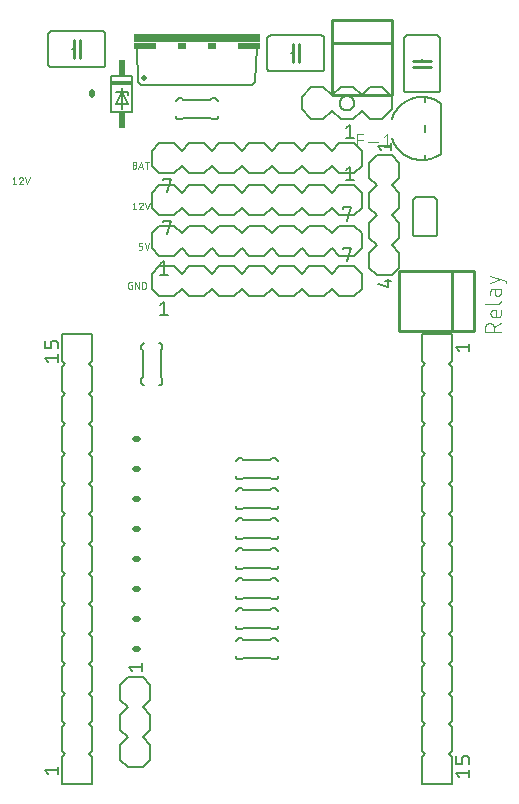
<source format=gto>
G75*
%MOIN*%
%OFA0B0*%
%FSLAX25Y25*%
%IPPOS*%
%LPD*%
%AMOC8*
5,1,8,0,0,1.08239X$1,22.5*
%
%ADD10C,0.00200*%
%ADD11C,0.00400*%
%ADD12C,0.00600*%
%ADD13R,0.07000X0.01500*%
%ADD14R,0.02000X0.05500*%
%ADD15C,0.02000*%
%ADD16C,0.02000*%
%ADD17R,0.42000X0.03000*%
%ADD18R,0.07500X0.02000*%
%ADD19R,0.03000X0.02000*%
%ADD20C,0.01000*%
%ADD21C,0.00500*%
D10*
X0044189Y0271700D02*
X0044922Y0271700D01*
X0044922Y0272922D01*
X0044556Y0272922D01*
X0043700Y0273411D02*
X0043702Y0273454D01*
X0043707Y0273496D01*
X0043717Y0273538D01*
X0043729Y0273578D01*
X0043746Y0273618D01*
X0043766Y0273655D01*
X0043788Y0273691D01*
X0043814Y0273725D01*
X0043843Y0273757D01*
X0043875Y0273786D01*
X0043909Y0273812D01*
X0043944Y0273834D01*
X0043982Y0273854D01*
X0044022Y0273871D01*
X0044062Y0273883D01*
X0044104Y0273893D01*
X0044146Y0273898D01*
X0044189Y0273900D01*
X0044922Y0273900D01*
X0046004Y0273900D02*
X0047226Y0271700D01*
X0047226Y0273900D01*
X0048308Y0273900D02*
X0048919Y0273900D01*
X0048308Y0273900D02*
X0048308Y0271700D01*
X0048919Y0271700D01*
X0048967Y0271702D01*
X0049015Y0271708D01*
X0049062Y0271717D01*
X0049108Y0271730D01*
X0049153Y0271747D01*
X0049196Y0271767D01*
X0049238Y0271790D01*
X0049278Y0271817D01*
X0049316Y0271846D01*
X0049351Y0271879D01*
X0049384Y0271914D01*
X0049413Y0271952D01*
X0049440Y0271992D01*
X0049463Y0272034D01*
X0049483Y0272077D01*
X0049500Y0272122D01*
X0049513Y0272168D01*
X0049522Y0272215D01*
X0049528Y0272263D01*
X0049530Y0272311D01*
X0049530Y0273289D01*
X0049528Y0273337D01*
X0049522Y0273385D01*
X0049513Y0273432D01*
X0049500Y0273478D01*
X0049483Y0273523D01*
X0049463Y0273566D01*
X0049440Y0273608D01*
X0049413Y0273648D01*
X0049384Y0273686D01*
X0049351Y0273721D01*
X0049316Y0273754D01*
X0049278Y0273783D01*
X0049238Y0273810D01*
X0049196Y0273833D01*
X0049153Y0273853D01*
X0049108Y0273870D01*
X0049062Y0273883D01*
X0049015Y0273892D01*
X0048967Y0273898D01*
X0048919Y0273900D01*
X0046004Y0273900D02*
X0046004Y0271700D01*
X0044189Y0271700D02*
X0044146Y0271702D01*
X0044104Y0271707D01*
X0044062Y0271717D01*
X0044022Y0271729D01*
X0043982Y0271746D01*
X0043945Y0271766D01*
X0043909Y0271788D01*
X0043875Y0271814D01*
X0043843Y0271843D01*
X0043814Y0271875D01*
X0043788Y0271909D01*
X0043766Y0271945D01*
X0043746Y0271982D01*
X0043729Y0272022D01*
X0043717Y0272062D01*
X0043707Y0272104D01*
X0043702Y0272146D01*
X0043700Y0272189D01*
X0043700Y0273411D01*
X0047200Y0284700D02*
X0047933Y0284700D01*
X0047976Y0284702D01*
X0048018Y0284707D01*
X0048060Y0284717D01*
X0048100Y0284729D01*
X0048140Y0284746D01*
X0048177Y0284766D01*
X0048213Y0284788D01*
X0048247Y0284814D01*
X0048279Y0284843D01*
X0048308Y0284875D01*
X0048334Y0284909D01*
X0048356Y0284944D01*
X0048376Y0284982D01*
X0048393Y0285022D01*
X0048405Y0285062D01*
X0048415Y0285104D01*
X0048420Y0285146D01*
X0048422Y0285189D01*
X0048422Y0285433D01*
X0048420Y0285476D01*
X0048415Y0285518D01*
X0048405Y0285560D01*
X0048393Y0285600D01*
X0048376Y0285640D01*
X0048356Y0285678D01*
X0048334Y0285713D01*
X0048308Y0285747D01*
X0048279Y0285779D01*
X0048247Y0285808D01*
X0048213Y0285834D01*
X0048178Y0285856D01*
X0048140Y0285876D01*
X0048100Y0285893D01*
X0048060Y0285905D01*
X0048018Y0285915D01*
X0047976Y0285920D01*
X0047933Y0285922D01*
X0047200Y0285922D01*
X0047200Y0286900D01*
X0048422Y0286900D01*
X0049238Y0286900D02*
X0049971Y0284700D01*
X0050704Y0286900D01*
X0050131Y0298200D02*
X0050864Y0300400D01*
X0049398Y0300400D02*
X0050131Y0298200D01*
X0048582Y0298200D02*
X0047360Y0298200D01*
X0048399Y0299422D01*
X0048032Y0300400D02*
X0047980Y0300398D01*
X0047928Y0300392D01*
X0047876Y0300383D01*
X0047826Y0300369D01*
X0047776Y0300352D01*
X0047728Y0300331D01*
X0047682Y0300307D01*
X0047638Y0300280D01*
X0047595Y0300249D01*
X0047555Y0300215D01*
X0047518Y0300179D01*
X0047484Y0300139D01*
X0047452Y0300097D01*
X0047424Y0300054D01*
X0047399Y0300008D01*
X0047377Y0299960D01*
X0047359Y0299911D01*
X0048399Y0299422D02*
X0048432Y0299456D01*
X0048462Y0299493D01*
X0048490Y0299533D01*
X0048514Y0299574D01*
X0048534Y0299617D01*
X0048551Y0299662D01*
X0048565Y0299708D01*
X0048574Y0299755D01*
X0048580Y0299802D01*
X0048582Y0299850D01*
X0048580Y0299895D01*
X0048574Y0299941D01*
X0048565Y0299985D01*
X0048552Y0300029D01*
X0048536Y0300071D01*
X0048516Y0300112D01*
X0048492Y0300151D01*
X0048466Y0300188D01*
X0048437Y0300223D01*
X0048405Y0300255D01*
X0048370Y0300284D01*
X0048333Y0300310D01*
X0048294Y0300334D01*
X0048253Y0300354D01*
X0048211Y0300370D01*
X0048167Y0300383D01*
X0048123Y0300392D01*
X0048077Y0300398D01*
X0048032Y0300400D01*
X0045811Y0300400D02*
X0045811Y0298200D01*
X0045200Y0298200D02*
X0046422Y0298200D01*
X0045200Y0299911D02*
X0045811Y0300400D01*
X0045811Y0311700D02*
X0045200Y0311700D01*
X0045200Y0313900D01*
X0045811Y0313900D01*
X0045854Y0313898D01*
X0045896Y0313893D01*
X0045938Y0313883D01*
X0045978Y0313871D01*
X0046018Y0313854D01*
X0046056Y0313834D01*
X0046091Y0313812D01*
X0046125Y0313786D01*
X0046157Y0313757D01*
X0046186Y0313725D01*
X0046212Y0313691D01*
X0046234Y0313656D01*
X0046254Y0313618D01*
X0046271Y0313578D01*
X0046283Y0313538D01*
X0046293Y0313496D01*
X0046298Y0313454D01*
X0046300Y0313411D01*
X0046298Y0313368D01*
X0046293Y0313326D01*
X0046283Y0313284D01*
X0046271Y0313244D01*
X0046254Y0313204D01*
X0046234Y0313167D01*
X0046212Y0313131D01*
X0046186Y0313097D01*
X0046157Y0313065D01*
X0046125Y0313036D01*
X0046091Y0313010D01*
X0046056Y0312988D01*
X0046018Y0312968D01*
X0045978Y0312951D01*
X0045938Y0312939D01*
X0045896Y0312929D01*
X0045854Y0312924D01*
X0045811Y0312922D01*
X0045200Y0312922D01*
X0045811Y0312922D02*
X0045859Y0312920D01*
X0045907Y0312914D01*
X0045954Y0312905D01*
X0046000Y0312892D01*
X0046045Y0312875D01*
X0046088Y0312855D01*
X0046130Y0312832D01*
X0046170Y0312805D01*
X0046208Y0312776D01*
X0046243Y0312743D01*
X0046276Y0312708D01*
X0046305Y0312670D01*
X0046332Y0312630D01*
X0046355Y0312588D01*
X0046375Y0312545D01*
X0046392Y0312500D01*
X0046405Y0312454D01*
X0046414Y0312407D01*
X0046420Y0312359D01*
X0046422Y0312311D01*
X0046420Y0312263D01*
X0046414Y0312215D01*
X0046405Y0312168D01*
X0046392Y0312122D01*
X0046375Y0312077D01*
X0046355Y0312034D01*
X0046332Y0311992D01*
X0046305Y0311952D01*
X0046276Y0311914D01*
X0046243Y0311879D01*
X0046208Y0311846D01*
X0046170Y0311817D01*
X0046130Y0311790D01*
X0046088Y0311767D01*
X0046045Y0311747D01*
X0046000Y0311730D01*
X0045954Y0311717D01*
X0045907Y0311708D01*
X0045859Y0311702D01*
X0045811Y0311700D01*
X0047133Y0311700D02*
X0047866Y0313900D01*
X0048600Y0311700D01*
X0048416Y0312250D02*
X0047316Y0312250D01*
X0049271Y0313900D02*
X0050494Y0313900D01*
X0049882Y0313900D02*
X0049882Y0311700D01*
X0010864Y0308900D02*
X0010131Y0306700D01*
X0009398Y0308900D01*
X0008399Y0307922D02*
X0007360Y0306700D01*
X0008582Y0306700D01*
X0007359Y0308411D02*
X0007377Y0308460D01*
X0007399Y0308508D01*
X0007424Y0308554D01*
X0007452Y0308597D01*
X0007484Y0308639D01*
X0007518Y0308679D01*
X0007555Y0308715D01*
X0007595Y0308749D01*
X0007638Y0308780D01*
X0007682Y0308807D01*
X0007728Y0308831D01*
X0007776Y0308852D01*
X0007826Y0308869D01*
X0007876Y0308883D01*
X0007928Y0308892D01*
X0007980Y0308898D01*
X0008032Y0308900D01*
X0008077Y0308898D01*
X0008123Y0308892D01*
X0008167Y0308883D01*
X0008211Y0308870D01*
X0008253Y0308854D01*
X0008294Y0308834D01*
X0008333Y0308810D01*
X0008370Y0308784D01*
X0008405Y0308755D01*
X0008437Y0308723D01*
X0008466Y0308688D01*
X0008492Y0308651D01*
X0008516Y0308612D01*
X0008536Y0308571D01*
X0008552Y0308529D01*
X0008565Y0308485D01*
X0008574Y0308441D01*
X0008580Y0308395D01*
X0008582Y0308350D01*
X0008580Y0308302D01*
X0008574Y0308255D01*
X0008565Y0308208D01*
X0008551Y0308162D01*
X0008534Y0308117D01*
X0008514Y0308074D01*
X0008490Y0308033D01*
X0008462Y0307993D01*
X0008432Y0307956D01*
X0008399Y0307922D01*
X0006422Y0306700D02*
X0005200Y0306700D01*
X0005811Y0306700D02*
X0005811Y0308900D01*
X0005200Y0308411D01*
D11*
X0120003Y0318800D02*
X0120003Y0323400D01*
X0122048Y0323400D01*
X0122048Y0321356D02*
X0120003Y0321356D01*
X0123789Y0320589D02*
X0126856Y0320589D01*
X0128844Y0322378D02*
X0130122Y0323400D01*
X0130122Y0318800D01*
X0128844Y0318800D02*
X0131400Y0318800D01*
X0164433Y0275997D02*
X0169633Y0274264D01*
X0169633Y0273686D01*
X0167900Y0274842D02*
X0164433Y0273686D01*
X0165300Y0271605D02*
X0167900Y0271605D01*
X0167900Y0270305D01*
X0167898Y0270243D01*
X0167892Y0270181D01*
X0167883Y0270119D01*
X0167869Y0270058D01*
X0167852Y0269999D01*
X0167832Y0269940D01*
X0167807Y0269882D01*
X0167780Y0269827D01*
X0167749Y0269773D01*
X0167714Y0269721D01*
X0167677Y0269671D01*
X0167636Y0269624D01*
X0167593Y0269579D01*
X0167547Y0269537D01*
X0167498Y0269498D01*
X0167447Y0269462D01*
X0167395Y0269429D01*
X0167340Y0269400D01*
X0167283Y0269374D01*
X0167225Y0269351D01*
X0167166Y0269333D01*
X0167105Y0269317D01*
X0167044Y0269306D01*
X0166982Y0269298D01*
X0166920Y0269294D01*
X0166858Y0269294D01*
X0166796Y0269298D01*
X0166734Y0269306D01*
X0166673Y0269317D01*
X0166612Y0269333D01*
X0166553Y0269351D01*
X0166495Y0269374D01*
X0166438Y0269400D01*
X0166384Y0269429D01*
X0166331Y0269462D01*
X0166280Y0269498D01*
X0166231Y0269537D01*
X0166185Y0269579D01*
X0166142Y0269624D01*
X0166101Y0269671D01*
X0166064Y0269721D01*
X0166029Y0269773D01*
X0165998Y0269827D01*
X0165971Y0269882D01*
X0165946Y0269940D01*
X0165926Y0269999D01*
X0165909Y0270058D01*
X0165895Y0270119D01*
X0165886Y0270181D01*
X0165880Y0270243D01*
X0165878Y0270305D01*
X0165878Y0271605D01*
X0165300Y0271605D02*
X0165243Y0271603D01*
X0165187Y0271598D01*
X0165131Y0271588D01*
X0165076Y0271575D01*
X0165021Y0271559D01*
X0164968Y0271539D01*
X0164917Y0271516D01*
X0164867Y0271489D01*
X0164818Y0271459D01*
X0164772Y0271426D01*
X0164728Y0271390D01*
X0164687Y0271351D01*
X0164648Y0271310D01*
X0164612Y0271266D01*
X0164579Y0271220D01*
X0164549Y0271172D01*
X0164522Y0271121D01*
X0164499Y0271070D01*
X0164479Y0271017D01*
X0164463Y0270962D01*
X0164450Y0270907D01*
X0164440Y0270851D01*
X0164435Y0270795D01*
X0164433Y0270738D01*
X0164433Y0269582D01*
X0167033Y0266701D02*
X0167090Y0266703D01*
X0167146Y0266708D01*
X0167202Y0266718D01*
X0167257Y0266731D01*
X0167312Y0266747D01*
X0167365Y0266767D01*
X0167416Y0266790D01*
X0167467Y0266817D01*
X0167515Y0266847D01*
X0167561Y0266880D01*
X0167605Y0266916D01*
X0167646Y0266955D01*
X0167685Y0266996D01*
X0167721Y0267040D01*
X0167754Y0267086D01*
X0167784Y0267135D01*
X0167811Y0267185D01*
X0167834Y0267236D01*
X0167854Y0267289D01*
X0167870Y0267344D01*
X0167883Y0267399D01*
X0167893Y0267455D01*
X0167898Y0267511D01*
X0167900Y0267568D01*
X0167033Y0266702D02*
X0162700Y0266702D01*
X0165589Y0264573D02*
X0166167Y0264573D01*
X0166167Y0262262D01*
X0165589Y0262262D02*
X0167033Y0262262D01*
X0167090Y0262264D01*
X0167146Y0262269D01*
X0167202Y0262279D01*
X0167257Y0262292D01*
X0167312Y0262308D01*
X0167365Y0262328D01*
X0167416Y0262351D01*
X0167467Y0262378D01*
X0167515Y0262408D01*
X0167561Y0262441D01*
X0167605Y0262477D01*
X0167646Y0262516D01*
X0167685Y0262557D01*
X0167721Y0262601D01*
X0167754Y0262647D01*
X0167784Y0262696D01*
X0167811Y0262746D01*
X0167834Y0262797D01*
X0167854Y0262850D01*
X0167870Y0262905D01*
X0167883Y0262960D01*
X0167893Y0263016D01*
X0167898Y0263072D01*
X0167900Y0263129D01*
X0167900Y0264573D01*
X0165589Y0264574D02*
X0165522Y0264572D01*
X0165455Y0264566D01*
X0165388Y0264556D01*
X0165322Y0264543D01*
X0165257Y0264525D01*
X0165194Y0264504D01*
X0165131Y0264479D01*
X0165070Y0264451D01*
X0165011Y0264419D01*
X0164954Y0264384D01*
X0164899Y0264345D01*
X0164846Y0264304D01*
X0164796Y0264259D01*
X0164748Y0264211D01*
X0164703Y0264161D01*
X0164662Y0264108D01*
X0164623Y0264053D01*
X0164588Y0263996D01*
X0164556Y0263937D01*
X0164528Y0263876D01*
X0164503Y0263813D01*
X0164482Y0263750D01*
X0164464Y0263685D01*
X0164451Y0263619D01*
X0164441Y0263552D01*
X0164435Y0263485D01*
X0164433Y0263418D01*
X0164435Y0263351D01*
X0164441Y0263284D01*
X0164451Y0263217D01*
X0164464Y0263151D01*
X0164482Y0263086D01*
X0164503Y0263023D01*
X0164528Y0262960D01*
X0164556Y0262899D01*
X0164588Y0262840D01*
X0164623Y0262783D01*
X0164662Y0262728D01*
X0164703Y0262675D01*
X0164748Y0262625D01*
X0164796Y0262577D01*
X0164846Y0262532D01*
X0164899Y0262491D01*
X0164954Y0262452D01*
X0165011Y0262417D01*
X0165070Y0262385D01*
X0165131Y0262357D01*
X0165194Y0262332D01*
X0165257Y0262311D01*
X0165322Y0262293D01*
X0165388Y0262280D01*
X0165455Y0262270D01*
X0165522Y0262264D01*
X0165589Y0262262D01*
X0167900Y0260189D02*
X0165589Y0259033D01*
X0165589Y0258744D02*
X0165589Y0257300D01*
X0165588Y0258744D02*
X0165586Y0258820D01*
X0165580Y0258895D01*
X0165570Y0258970D01*
X0165556Y0259044D01*
X0165539Y0259118D01*
X0165517Y0259190D01*
X0165492Y0259261D01*
X0165463Y0259331D01*
X0165431Y0259400D01*
X0165395Y0259466D01*
X0165355Y0259530D01*
X0165312Y0259593D01*
X0165266Y0259653D01*
X0165217Y0259710D01*
X0165165Y0259765D01*
X0165110Y0259817D01*
X0165053Y0259866D01*
X0164993Y0259912D01*
X0164930Y0259955D01*
X0164866Y0259995D01*
X0164800Y0260031D01*
X0164731Y0260063D01*
X0164661Y0260092D01*
X0164590Y0260117D01*
X0164518Y0260139D01*
X0164444Y0260156D01*
X0164370Y0260170D01*
X0164295Y0260180D01*
X0164220Y0260186D01*
X0164144Y0260188D01*
X0164068Y0260186D01*
X0163993Y0260180D01*
X0163918Y0260170D01*
X0163844Y0260156D01*
X0163770Y0260139D01*
X0163698Y0260117D01*
X0163627Y0260092D01*
X0163557Y0260063D01*
X0163488Y0260031D01*
X0163422Y0259995D01*
X0163358Y0259955D01*
X0163295Y0259912D01*
X0163235Y0259866D01*
X0163178Y0259817D01*
X0163123Y0259765D01*
X0163071Y0259710D01*
X0163022Y0259653D01*
X0162976Y0259593D01*
X0162933Y0259530D01*
X0162893Y0259466D01*
X0162857Y0259400D01*
X0162825Y0259331D01*
X0162796Y0259261D01*
X0162771Y0259190D01*
X0162749Y0259118D01*
X0162732Y0259044D01*
X0162718Y0258970D01*
X0162708Y0258895D01*
X0162702Y0258820D01*
X0162700Y0258744D01*
X0162700Y0257300D01*
X0167900Y0257300D01*
D12*
X0021600Y0115600D02*
X0021600Y0106600D01*
X0031600Y0106600D01*
X0031600Y0115600D01*
X0030600Y0116600D01*
X0031600Y0117600D01*
X0031600Y0125600D01*
X0030600Y0126600D01*
X0031600Y0127600D01*
X0031600Y0135600D01*
X0030600Y0136600D01*
X0031600Y0137600D01*
X0031600Y0145600D01*
X0030600Y0146600D01*
X0031600Y0147600D01*
X0031600Y0155600D01*
X0030600Y0156600D01*
X0031600Y0157600D01*
X0031600Y0165600D01*
X0030600Y0166600D01*
X0031600Y0167600D01*
X0031600Y0175600D01*
X0030600Y0176600D01*
X0031600Y0177600D01*
X0031600Y0185600D01*
X0030600Y0186600D01*
X0031600Y0187600D01*
X0031600Y0195600D01*
X0030600Y0196600D01*
X0031600Y0197600D01*
X0031600Y0205600D01*
X0030600Y0206600D01*
X0031600Y0207600D01*
X0031600Y0215600D01*
X0030600Y0216600D01*
X0031600Y0217600D01*
X0031600Y0225600D01*
X0030600Y0226600D01*
X0031600Y0227600D01*
X0031600Y0235600D01*
X0030600Y0236600D01*
X0031600Y0237600D01*
X0031600Y0245600D01*
X0030600Y0246600D01*
X0031600Y0247600D01*
X0031600Y0256600D01*
X0021600Y0256600D01*
X0021600Y0247600D01*
X0022600Y0246600D01*
X0021600Y0245600D01*
X0021600Y0237600D01*
X0022600Y0236600D01*
X0021600Y0235600D01*
X0021600Y0227600D01*
X0022600Y0226600D01*
X0021600Y0225600D01*
X0021600Y0217600D01*
X0022600Y0216600D01*
X0021600Y0215600D01*
X0021600Y0207600D01*
X0022600Y0206600D01*
X0021600Y0205600D01*
X0021600Y0197600D01*
X0022600Y0196600D01*
X0021600Y0195600D01*
X0021600Y0187600D01*
X0022600Y0186600D01*
X0021600Y0185600D01*
X0021600Y0177600D01*
X0022600Y0176600D01*
X0021600Y0175600D01*
X0021600Y0167600D01*
X0022600Y0166600D01*
X0021600Y0165600D01*
X0021600Y0157600D01*
X0022600Y0156600D01*
X0021600Y0155600D01*
X0021600Y0147600D01*
X0022600Y0146600D01*
X0021600Y0145600D01*
X0021600Y0137600D01*
X0022600Y0136600D01*
X0021600Y0135600D01*
X0021600Y0127600D01*
X0022600Y0126600D01*
X0021600Y0125600D01*
X0021600Y0117600D01*
X0022600Y0116600D01*
X0021600Y0115600D01*
X0041100Y0114600D02*
X0041100Y0119600D01*
X0043600Y0122100D01*
X0041100Y0124600D01*
X0041100Y0129600D01*
X0043600Y0132100D01*
X0041100Y0134600D01*
X0041100Y0139600D01*
X0043600Y0142100D01*
X0048600Y0142100D01*
X0051100Y0139600D01*
X0051100Y0134600D01*
X0048600Y0132100D01*
X0051100Y0129600D01*
X0051100Y0124600D01*
X0048600Y0122100D01*
X0051100Y0119600D01*
X0051100Y0114600D01*
X0048600Y0112100D01*
X0043600Y0112100D01*
X0041100Y0114600D01*
X0080600Y0148100D02*
X0081600Y0148100D01*
X0082100Y0148600D01*
X0091100Y0148600D01*
X0091600Y0148100D01*
X0092600Y0148100D01*
X0092660Y0148102D01*
X0092721Y0148107D01*
X0092780Y0148116D01*
X0092839Y0148129D01*
X0092898Y0148145D01*
X0092955Y0148165D01*
X0093010Y0148188D01*
X0093065Y0148215D01*
X0093117Y0148244D01*
X0093168Y0148277D01*
X0093217Y0148313D01*
X0093263Y0148351D01*
X0093307Y0148393D01*
X0093349Y0148437D01*
X0093387Y0148483D01*
X0093423Y0148532D01*
X0093456Y0148583D01*
X0093485Y0148635D01*
X0093512Y0148690D01*
X0093535Y0148745D01*
X0093555Y0148802D01*
X0093571Y0148861D01*
X0093584Y0148920D01*
X0093593Y0148979D01*
X0093598Y0149040D01*
X0093600Y0149100D01*
X0093600Y0154100D02*
X0093598Y0154160D01*
X0093593Y0154221D01*
X0093584Y0154280D01*
X0093571Y0154339D01*
X0093555Y0154398D01*
X0093535Y0154455D01*
X0093512Y0154510D01*
X0093485Y0154565D01*
X0093456Y0154617D01*
X0093423Y0154668D01*
X0093387Y0154717D01*
X0093349Y0154763D01*
X0093307Y0154807D01*
X0093263Y0154849D01*
X0093217Y0154887D01*
X0093168Y0154923D01*
X0093117Y0154956D01*
X0093065Y0154985D01*
X0093010Y0155012D01*
X0092955Y0155035D01*
X0092898Y0155055D01*
X0092839Y0155071D01*
X0092780Y0155084D01*
X0092721Y0155093D01*
X0092660Y0155098D01*
X0092600Y0155100D01*
X0091600Y0155100D01*
X0091100Y0154600D01*
X0082100Y0154600D01*
X0081600Y0155100D01*
X0080600Y0155100D01*
X0080540Y0155098D01*
X0080479Y0155093D01*
X0080420Y0155084D01*
X0080361Y0155071D01*
X0080302Y0155055D01*
X0080245Y0155035D01*
X0080190Y0155012D01*
X0080135Y0154985D01*
X0080083Y0154956D01*
X0080032Y0154923D01*
X0079983Y0154887D01*
X0079937Y0154849D01*
X0079893Y0154807D01*
X0079851Y0154763D01*
X0079813Y0154717D01*
X0079777Y0154668D01*
X0079744Y0154617D01*
X0079715Y0154565D01*
X0079688Y0154510D01*
X0079665Y0154455D01*
X0079645Y0154398D01*
X0079629Y0154339D01*
X0079616Y0154280D01*
X0079607Y0154221D01*
X0079602Y0154160D01*
X0079600Y0154100D01*
X0080600Y0158100D02*
X0081600Y0158100D01*
X0082100Y0158600D01*
X0091100Y0158600D01*
X0091600Y0158100D01*
X0092600Y0158100D01*
X0092660Y0158102D01*
X0092721Y0158107D01*
X0092780Y0158116D01*
X0092839Y0158129D01*
X0092898Y0158145D01*
X0092955Y0158165D01*
X0093010Y0158188D01*
X0093065Y0158215D01*
X0093117Y0158244D01*
X0093168Y0158277D01*
X0093217Y0158313D01*
X0093263Y0158351D01*
X0093307Y0158393D01*
X0093349Y0158437D01*
X0093387Y0158483D01*
X0093423Y0158532D01*
X0093456Y0158583D01*
X0093485Y0158635D01*
X0093512Y0158690D01*
X0093535Y0158745D01*
X0093555Y0158802D01*
X0093571Y0158861D01*
X0093584Y0158920D01*
X0093593Y0158979D01*
X0093598Y0159040D01*
X0093600Y0159100D01*
X0093600Y0164100D02*
X0093598Y0164160D01*
X0093593Y0164221D01*
X0093584Y0164280D01*
X0093571Y0164339D01*
X0093555Y0164398D01*
X0093535Y0164455D01*
X0093512Y0164510D01*
X0093485Y0164565D01*
X0093456Y0164617D01*
X0093423Y0164668D01*
X0093387Y0164717D01*
X0093349Y0164763D01*
X0093307Y0164807D01*
X0093263Y0164849D01*
X0093217Y0164887D01*
X0093168Y0164923D01*
X0093117Y0164956D01*
X0093065Y0164985D01*
X0093010Y0165012D01*
X0092955Y0165035D01*
X0092898Y0165055D01*
X0092839Y0165071D01*
X0092780Y0165084D01*
X0092721Y0165093D01*
X0092660Y0165098D01*
X0092600Y0165100D01*
X0091600Y0165100D01*
X0091100Y0164600D01*
X0082100Y0164600D01*
X0081600Y0165100D01*
X0080600Y0165100D01*
X0080540Y0165098D01*
X0080479Y0165093D01*
X0080420Y0165084D01*
X0080361Y0165071D01*
X0080302Y0165055D01*
X0080245Y0165035D01*
X0080190Y0165012D01*
X0080135Y0164985D01*
X0080083Y0164956D01*
X0080032Y0164923D01*
X0079983Y0164887D01*
X0079937Y0164849D01*
X0079893Y0164807D01*
X0079851Y0164763D01*
X0079813Y0164717D01*
X0079777Y0164668D01*
X0079744Y0164617D01*
X0079715Y0164565D01*
X0079688Y0164510D01*
X0079665Y0164455D01*
X0079645Y0164398D01*
X0079629Y0164339D01*
X0079616Y0164280D01*
X0079607Y0164221D01*
X0079602Y0164160D01*
X0079600Y0164100D01*
X0080600Y0168100D02*
X0081600Y0168100D01*
X0082100Y0168600D01*
X0091100Y0168600D01*
X0091600Y0168100D01*
X0092600Y0168100D01*
X0092660Y0168102D01*
X0092721Y0168107D01*
X0092780Y0168116D01*
X0092839Y0168129D01*
X0092898Y0168145D01*
X0092955Y0168165D01*
X0093010Y0168188D01*
X0093065Y0168215D01*
X0093117Y0168244D01*
X0093168Y0168277D01*
X0093217Y0168313D01*
X0093263Y0168351D01*
X0093307Y0168393D01*
X0093349Y0168437D01*
X0093387Y0168483D01*
X0093423Y0168532D01*
X0093456Y0168583D01*
X0093485Y0168635D01*
X0093512Y0168690D01*
X0093535Y0168745D01*
X0093555Y0168802D01*
X0093571Y0168861D01*
X0093584Y0168920D01*
X0093593Y0168979D01*
X0093598Y0169040D01*
X0093600Y0169100D01*
X0093600Y0174100D02*
X0093598Y0174160D01*
X0093593Y0174221D01*
X0093584Y0174280D01*
X0093571Y0174339D01*
X0093555Y0174398D01*
X0093535Y0174455D01*
X0093512Y0174510D01*
X0093485Y0174565D01*
X0093456Y0174617D01*
X0093423Y0174668D01*
X0093387Y0174717D01*
X0093349Y0174763D01*
X0093307Y0174807D01*
X0093263Y0174849D01*
X0093217Y0174887D01*
X0093168Y0174923D01*
X0093117Y0174956D01*
X0093065Y0174985D01*
X0093010Y0175012D01*
X0092955Y0175035D01*
X0092898Y0175055D01*
X0092839Y0175071D01*
X0092780Y0175084D01*
X0092721Y0175093D01*
X0092660Y0175098D01*
X0092600Y0175100D01*
X0091600Y0175100D01*
X0091100Y0174600D01*
X0082100Y0174600D01*
X0081600Y0175100D01*
X0080600Y0175100D01*
X0080540Y0175098D01*
X0080479Y0175093D01*
X0080420Y0175084D01*
X0080361Y0175071D01*
X0080302Y0175055D01*
X0080245Y0175035D01*
X0080190Y0175012D01*
X0080135Y0174985D01*
X0080083Y0174956D01*
X0080032Y0174923D01*
X0079983Y0174887D01*
X0079937Y0174849D01*
X0079893Y0174807D01*
X0079851Y0174763D01*
X0079813Y0174717D01*
X0079777Y0174668D01*
X0079744Y0174617D01*
X0079715Y0174565D01*
X0079688Y0174510D01*
X0079665Y0174455D01*
X0079645Y0174398D01*
X0079629Y0174339D01*
X0079616Y0174280D01*
X0079607Y0174221D01*
X0079602Y0174160D01*
X0079600Y0174100D01*
X0080600Y0178100D02*
X0081600Y0178100D01*
X0082100Y0178600D01*
X0091100Y0178600D01*
X0091600Y0178100D01*
X0092600Y0178100D01*
X0092660Y0178102D01*
X0092721Y0178107D01*
X0092780Y0178116D01*
X0092839Y0178129D01*
X0092898Y0178145D01*
X0092955Y0178165D01*
X0093010Y0178188D01*
X0093065Y0178215D01*
X0093117Y0178244D01*
X0093168Y0178277D01*
X0093217Y0178313D01*
X0093263Y0178351D01*
X0093307Y0178393D01*
X0093349Y0178437D01*
X0093387Y0178483D01*
X0093423Y0178532D01*
X0093456Y0178583D01*
X0093485Y0178635D01*
X0093512Y0178690D01*
X0093535Y0178745D01*
X0093555Y0178802D01*
X0093571Y0178861D01*
X0093584Y0178920D01*
X0093593Y0178979D01*
X0093598Y0179040D01*
X0093600Y0179100D01*
X0093600Y0184100D02*
X0093598Y0184160D01*
X0093593Y0184221D01*
X0093584Y0184280D01*
X0093571Y0184339D01*
X0093555Y0184398D01*
X0093535Y0184455D01*
X0093512Y0184510D01*
X0093485Y0184565D01*
X0093456Y0184617D01*
X0093423Y0184668D01*
X0093387Y0184717D01*
X0093349Y0184763D01*
X0093307Y0184807D01*
X0093263Y0184849D01*
X0093217Y0184887D01*
X0093168Y0184923D01*
X0093117Y0184956D01*
X0093065Y0184985D01*
X0093010Y0185012D01*
X0092955Y0185035D01*
X0092898Y0185055D01*
X0092839Y0185071D01*
X0092780Y0185084D01*
X0092721Y0185093D01*
X0092660Y0185098D01*
X0092600Y0185100D01*
X0091600Y0185100D01*
X0091100Y0184600D01*
X0082100Y0184600D01*
X0081600Y0185100D01*
X0080600Y0185100D01*
X0080540Y0185098D01*
X0080479Y0185093D01*
X0080420Y0185084D01*
X0080361Y0185071D01*
X0080302Y0185055D01*
X0080245Y0185035D01*
X0080190Y0185012D01*
X0080135Y0184985D01*
X0080083Y0184956D01*
X0080032Y0184923D01*
X0079983Y0184887D01*
X0079937Y0184849D01*
X0079893Y0184807D01*
X0079851Y0184763D01*
X0079813Y0184717D01*
X0079777Y0184668D01*
X0079744Y0184617D01*
X0079715Y0184565D01*
X0079688Y0184510D01*
X0079665Y0184455D01*
X0079645Y0184398D01*
X0079629Y0184339D01*
X0079616Y0184280D01*
X0079607Y0184221D01*
X0079602Y0184160D01*
X0079600Y0184100D01*
X0080600Y0188100D02*
X0081600Y0188100D01*
X0082100Y0188600D01*
X0091100Y0188600D01*
X0091600Y0188100D01*
X0092600Y0188100D01*
X0092660Y0188102D01*
X0092721Y0188107D01*
X0092780Y0188116D01*
X0092839Y0188129D01*
X0092898Y0188145D01*
X0092955Y0188165D01*
X0093010Y0188188D01*
X0093065Y0188215D01*
X0093117Y0188244D01*
X0093168Y0188277D01*
X0093217Y0188313D01*
X0093263Y0188351D01*
X0093307Y0188393D01*
X0093349Y0188437D01*
X0093387Y0188483D01*
X0093423Y0188532D01*
X0093456Y0188583D01*
X0093485Y0188635D01*
X0093512Y0188690D01*
X0093535Y0188745D01*
X0093555Y0188802D01*
X0093571Y0188861D01*
X0093584Y0188920D01*
X0093593Y0188979D01*
X0093598Y0189040D01*
X0093600Y0189100D01*
X0093600Y0194100D02*
X0093598Y0194160D01*
X0093593Y0194221D01*
X0093584Y0194280D01*
X0093571Y0194339D01*
X0093555Y0194398D01*
X0093535Y0194455D01*
X0093512Y0194510D01*
X0093485Y0194565D01*
X0093456Y0194617D01*
X0093423Y0194668D01*
X0093387Y0194717D01*
X0093349Y0194763D01*
X0093307Y0194807D01*
X0093263Y0194849D01*
X0093217Y0194887D01*
X0093168Y0194923D01*
X0093117Y0194956D01*
X0093065Y0194985D01*
X0093010Y0195012D01*
X0092955Y0195035D01*
X0092898Y0195055D01*
X0092839Y0195071D01*
X0092780Y0195084D01*
X0092721Y0195093D01*
X0092660Y0195098D01*
X0092600Y0195100D01*
X0091600Y0195100D01*
X0091100Y0194600D01*
X0082100Y0194600D01*
X0081600Y0195100D01*
X0080600Y0195100D01*
X0080540Y0195098D01*
X0080479Y0195093D01*
X0080420Y0195084D01*
X0080361Y0195071D01*
X0080302Y0195055D01*
X0080245Y0195035D01*
X0080190Y0195012D01*
X0080135Y0194985D01*
X0080083Y0194956D01*
X0080032Y0194923D01*
X0079983Y0194887D01*
X0079937Y0194849D01*
X0079893Y0194807D01*
X0079851Y0194763D01*
X0079813Y0194717D01*
X0079777Y0194668D01*
X0079744Y0194617D01*
X0079715Y0194565D01*
X0079688Y0194510D01*
X0079665Y0194455D01*
X0079645Y0194398D01*
X0079629Y0194339D01*
X0079616Y0194280D01*
X0079607Y0194221D01*
X0079602Y0194160D01*
X0079600Y0194100D01*
X0080600Y0198100D02*
X0081600Y0198100D01*
X0082100Y0198600D01*
X0091100Y0198600D01*
X0091600Y0198100D01*
X0092600Y0198100D01*
X0092660Y0198102D01*
X0092721Y0198107D01*
X0092780Y0198116D01*
X0092839Y0198129D01*
X0092898Y0198145D01*
X0092955Y0198165D01*
X0093010Y0198188D01*
X0093065Y0198215D01*
X0093117Y0198244D01*
X0093168Y0198277D01*
X0093217Y0198313D01*
X0093263Y0198351D01*
X0093307Y0198393D01*
X0093349Y0198437D01*
X0093387Y0198483D01*
X0093423Y0198532D01*
X0093456Y0198583D01*
X0093485Y0198635D01*
X0093512Y0198690D01*
X0093535Y0198745D01*
X0093555Y0198802D01*
X0093571Y0198861D01*
X0093584Y0198920D01*
X0093593Y0198979D01*
X0093598Y0199040D01*
X0093600Y0199100D01*
X0093600Y0204100D02*
X0093598Y0204160D01*
X0093593Y0204221D01*
X0093584Y0204280D01*
X0093571Y0204339D01*
X0093555Y0204398D01*
X0093535Y0204455D01*
X0093512Y0204510D01*
X0093485Y0204565D01*
X0093456Y0204617D01*
X0093423Y0204668D01*
X0093387Y0204717D01*
X0093349Y0204763D01*
X0093307Y0204807D01*
X0093263Y0204849D01*
X0093217Y0204887D01*
X0093168Y0204923D01*
X0093117Y0204956D01*
X0093065Y0204985D01*
X0093010Y0205012D01*
X0092955Y0205035D01*
X0092898Y0205055D01*
X0092839Y0205071D01*
X0092780Y0205084D01*
X0092721Y0205093D01*
X0092660Y0205098D01*
X0092600Y0205100D01*
X0091600Y0205100D01*
X0091100Y0204600D01*
X0082100Y0204600D01*
X0081600Y0205100D01*
X0080600Y0205100D01*
X0080540Y0205098D01*
X0080479Y0205093D01*
X0080420Y0205084D01*
X0080361Y0205071D01*
X0080302Y0205055D01*
X0080245Y0205035D01*
X0080190Y0205012D01*
X0080135Y0204985D01*
X0080083Y0204956D01*
X0080032Y0204923D01*
X0079983Y0204887D01*
X0079937Y0204849D01*
X0079893Y0204807D01*
X0079851Y0204763D01*
X0079813Y0204717D01*
X0079777Y0204668D01*
X0079744Y0204617D01*
X0079715Y0204565D01*
X0079688Y0204510D01*
X0079665Y0204455D01*
X0079645Y0204398D01*
X0079629Y0204339D01*
X0079616Y0204280D01*
X0079607Y0204221D01*
X0079602Y0204160D01*
X0079600Y0204100D01*
X0080600Y0208100D02*
X0081600Y0208100D01*
X0082100Y0208600D01*
X0091100Y0208600D01*
X0091600Y0208100D01*
X0092600Y0208100D01*
X0092660Y0208102D01*
X0092721Y0208107D01*
X0092780Y0208116D01*
X0092839Y0208129D01*
X0092898Y0208145D01*
X0092955Y0208165D01*
X0093010Y0208188D01*
X0093065Y0208215D01*
X0093117Y0208244D01*
X0093168Y0208277D01*
X0093217Y0208313D01*
X0093263Y0208351D01*
X0093307Y0208393D01*
X0093349Y0208437D01*
X0093387Y0208483D01*
X0093423Y0208532D01*
X0093456Y0208583D01*
X0093485Y0208635D01*
X0093512Y0208690D01*
X0093535Y0208745D01*
X0093555Y0208802D01*
X0093571Y0208861D01*
X0093584Y0208920D01*
X0093593Y0208979D01*
X0093598Y0209040D01*
X0093600Y0209100D01*
X0093600Y0214100D02*
X0093598Y0214160D01*
X0093593Y0214221D01*
X0093584Y0214280D01*
X0093571Y0214339D01*
X0093555Y0214398D01*
X0093535Y0214455D01*
X0093512Y0214510D01*
X0093485Y0214565D01*
X0093456Y0214617D01*
X0093423Y0214668D01*
X0093387Y0214717D01*
X0093349Y0214763D01*
X0093307Y0214807D01*
X0093263Y0214849D01*
X0093217Y0214887D01*
X0093168Y0214923D01*
X0093117Y0214956D01*
X0093065Y0214985D01*
X0093010Y0215012D01*
X0092955Y0215035D01*
X0092898Y0215055D01*
X0092839Y0215071D01*
X0092780Y0215084D01*
X0092721Y0215093D01*
X0092660Y0215098D01*
X0092600Y0215100D01*
X0091600Y0215100D01*
X0091100Y0214600D01*
X0082100Y0214600D01*
X0081600Y0215100D01*
X0080600Y0215100D01*
X0080540Y0215098D01*
X0080479Y0215093D01*
X0080420Y0215084D01*
X0080361Y0215071D01*
X0080302Y0215055D01*
X0080245Y0215035D01*
X0080190Y0215012D01*
X0080135Y0214985D01*
X0080083Y0214956D01*
X0080032Y0214923D01*
X0079983Y0214887D01*
X0079937Y0214849D01*
X0079893Y0214807D01*
X0079851Y0214763D01*
X0079813Y0214717D01*
X0079777Y0214668D01*
X0079744Y0214617D01*
X0079715Y0214565D01*
X0079688Y0214510D01*
X0079665Y0214455D01*
X0079645Y0214398D01*
X0079629Y0214339D01*
X0079616Y0214280D01*
X0079607Y0214221D01*
X0079602Y0214160D01*
X0079600Y0214100D01*
X0079600Y0209100D02*
X0079602Y0209040D01*
X0079607Y0208979D01*
X0079616Y0208920D01*
X0079629Y0208861D01*
X0079645Y0208802D01*
X0079665Y0208745D01*
X0079688Y0208690D01*
X0079715Y0208635D01*
X0079744Y0208583D01*
X0079777Y0208532D01*
X0079813Y0208483D01*
X0079851Y0208437D01*
X0079893Y0208393D01*
X0079937Y0208351D01*
X0079983Y0208313D01*
X0080032Y0208277D01*
X0080083Y0208244D01*
X0080135Y0208215D01*
X0080190Y0208188D01*
X0080245Y0208165D01*
X0080302Y0208145D01*
X0080361Y0208129D01*
X0080420Y0208116D01*
X0080479Y0208107D01*
X0080540Y0208102D01*
X0080600Y0208100D01*
X0079600Y0199100D02*
X0079602Y0199040D01*
X0079607Y0198979D01*
X0079616Y0198920D01*
X0079629Y0198861D01*
X0079645Y0198802D01*
X0079665Y0198745D01*
X0079688Y0198690D01*
X0079715Y0198635D01*
X0079744Y0198583D01*
X0079777Y0198532D01*
X0079813Y0198483D01*
X0079851Y0198437D01*
X0079893Y0198393D01*
X0079937Y0198351D01*
X0079983Y0198313D01*
X0080032Y0198277D01*
X0080083Y0198244D01*
X0080135Y0198215D01*
X0080190Y0198188D01*
X0080245Y0198165D01*
X0080302Y0198145D01*
X0080361Y0198129D01*
X0080420Y0198116D01*
X0080479Y0198107D01*
X0080540Y0198102D01*
X0080600Y0198100D01*
X0079600Y0189100D02*
X0079602Y0189040D01*
X0079607Y0188979D01*
X0079616Y0188920D01*
X0079629Y0188861D01*
X0079645Y0188802D01*
X0079665Y0188745D01*
X0079688Y0188690D01*
X0079715Y0188635D01*
X0079744Y0188583D01*
X0079777Y0188532D01*
X0079813Y0188483D01*
X0079851Y0188437D01*
X0079893Y0188393D01*
X0079937Y0188351D01*
X0079983Y0188313D01*
X0080032Y0188277D01*
X0080083Y0188244D01*
X0080135Y0188215D01*
X0080190Y0188188D01*
X0080245Y0188165D01*
X0080302Y0188145D01*
X0080361Y0188129D01*
X0080420Y0188116D01*
X0080479Y0188107D01*
X0080540Y0188102D01*
X0080600Y0188100D01*
X0079600Y0179100D02*
X0079602Y0179040D01*
X0079607Y0178979D01*
X0079616Y0178920D01*
X0079629Y0178861D01*
X0079645Y0178802D01*
X0079665Y0178745D01*
X0079688Y0178690D01*
X0079715Y0178635D01*
X0079744Y0178583D01*
X0079777Y0178532D01*
X0079813Y0178483D01*
X0079851Y0178437D01*
X0079893Y0178393D01*
X0079937Y0178351D01*
X0079983Y0178313D01*
X0080032Y0178277D01*
X0080083Y0178244D01*
X0080135Y0178215D01*
X0080190Y0178188D01*
X0080245Y0178165D01*
X0080302Y0178145D01*
X0080361Y0178129D01*
X0080420Y0178116D01*
X0080479Y0178107D01*
X0080540Y0178102D01*
X0080600Y0178100D01*
X0079600Y0169100D02*
X0079602Y0169040D01*
X0079607Y0168979D01*
X0079616Y0168920D01*
X0079629Y0168861D01*
X0079645Y0168802D01*
X0079665Y0168745D01*
X0079688Y0168690D01*
X0079715Y0168635D01*
X0079744Y0168583D01*
X0079777Y0168532D01*
X0079813Y0168483D01*
X0079851Y0168437D01*
X0079893Y0168393D01*
X0079937Y0168351D01*
X0079983Y0168313D01*
X0080032Y0168277D01*
X0080083Y0168244D01*
X0080135Y0168215D01*
X0080190Y0168188D01*
X0080245Y0168165D01*
X0080302Y0168145D01*
X0080361Y0168129D01*
X0080420Y0168116D01*
X0080479Y0168107D01*
X0080540Y0168102D01*
X0080600Y0168100D01*
X0079600Y0159100D02*
X0079602Y0159040D01*
X0079607Y0158979D01*
X0079616Y0158920D01*
X0079629Y0158861D01*
X0079645Y0158802D01*
X0079665Y0158745D01*
X0079688Y0158690D01*
X0079715Y0158635D01*
X0079744Y0158583D01*
X0079777Y0158532D01*
X0079813Y0158483D01*
X0079851Y0158437D01*
X0079893Y0158393D01*
X0079937Y0158351D01*
X0079983Y0158313D01*
X0080032Y0158277D01*
X0080083Y0158244D01*
X0080135Y0158215D01*
X0080190Y0158188D01*
X0080245Y0158165D01*
X0080302Y0158145D01*
X0080361Y0158129D01*
X0080420Y0158116D01*
X0080479Y0158107D01*
X0080540Y0158102D01*
X0080600Y0158100D01*
X0079600Y0149100D02*
X0079602Y0149040D01*
X0079607Y0148979D01*
X0079616Y0148920D01*
X0079629Y0148861D01*
X0079645Y0148802D01*
X0079665Y0148745D01*
X0079688Y0148690D01*
X0079715Y0148635D01*
X0079744Y0148583D01*
X0079777Y0148532D01*
X0079813Y0148483D01*
X0079851Y0148437D01*
X0079893Y0148393D01*
X0079937Y0148351D01*
X0079983Y0148313D01*
X0080032Y0148277D01*
X0080083Y0148244D01*
X0080135Y0148215D01*
X0080190Y0148188D01*
X0080245Y0148165D01*
X0080302Y0148145D01*
X0080361Y0148129D01*
X0080420Y0148116D01*
X0080479Y0148107D01*
X0080540Y0148102D01*
X0080600Y0148100D01*
X0141600Y0147600D02*
X0142600Y0146600D01*
X0141600Y0145600D01*
X0141600Y0137600D01*
X0142600Y0136600D01*
X0141600Y0135600D01*
X0141600Y0127600D01*
X0142600Y0126600D01*
X0141600Y0125600D01*
X0141600Y0117600D01*
X0142600Y0116600D01*
X0141600Y0115600D01*
X0141600Y0106600D01*
X0151600Y0106600D01*
X0151600Y0115600D01*
X0150600Y0116600D01*
X0151600Y0117600D01*
X0151600Y0125600D01*
X0150600Y0126600D01*
X0151600Y0127600D01*
X0151600Y0135600D01*
X0150600Y0136600D01*
X0151600Y0137600D01*
X0151600Y0145600D01*
X0150600Y0146600D01*
X0151600Y0147600D01*
X0151600Y0155600D01*
X0150600Y0156600D01*
X0151600Y0157600D01*
X0151600Y0165600D01*
X0150600Y0166600D01*
X0151600Y0167600D01*
X0151600Y0175600D01*
X0150600Y0176600D01*
X0151600Y0177600D01*
X0151600Y0185600D01*
X0150600Y0186600D01*
X0151600Y0187600D01*
X0151600Y0195600D01*
X0150600Y0196600D01*
X0151600Y0197600D01*
X0151600Y0205600D01*
X0150600Y0206600D01*
X0151600Y0207600D01*
X0151600Y0215600D01*
X0150600Y0216600D01*
X0151600Y0217600D01*
X0151600Y0225600D01*
X0150600Y0226600D01*
X0151600Y0227600D01*
X0151600Y0235600D01*
X0150600Y0236600D01*
X0151600Y0237600D01*
X0151600Y0245600D01*
X0150600Y0246600D01*
X0151600Y0247600D01*
X0151600Y0256600D01*
X0141600Y0256600D01*
X0141600Y0247600D01*
X0142600Y0246600D01*
X0141600Y0245600D01*
X0141600Y0237600D01*
X0142600Y0236600D01*
X0141600Y0235600D01*
X0141600Y0227600D01*
X0142600Y0226600D01*
X0141600Y0225600D01*
X0141600Y0217600D01*
X0142600Y0216600D01*
X0141600Y0215600D01*
X0141600Y0207600D01*
X0142600Y0206600D01*
X0141600Y0205600D01*
X0141600Y0197600D01*
X0142600Y0196600D01*
X0141600Y0195600D01*
X0141600Y0187600D01*
X0142600Y0186600D01*
X0141600Y0185600D01*
X0141600Y0177600D01*
X0142600Y0176600D01*
X0141600Y0175600D01*
X0141600Y0167600D01*
X0142600Y0166600D01*
X0141600Y0165600D01*
X0141600Y0157600D01*
X0142600Y0156600D01*
X0141600Y0155600D01*
X0141600Y0147600D01*
X0055100Y0240600D02*
X0055100Y0241600D01*
X0054600Y0242100D01*
X0054600Y0251100D01*
X0055100Y0251600D01*
X0055100Y0252600D01*
X0055098Y0252660D01*
X0055093Y0252721D01*
X0055084Y0252780D01*
X0055071Y0252839D01*
X0055055Y0252898D01*
X0055035Y0252955D01*
X0055012Y0253010D01*
X0054985Y0253065D01*
X0054956Y0253117D01*
X0054923Y0253168D01*
X0054887Y0253217D01*
X0054849Y0253263D01*
X0054807Y0253307D01*
X0054763Y0253349D01*
X0054717Y0253387D01*
X0054668Y0253423D01*
X0054617Y0253456D01*
X0054565Y0253485D01*
X0054510Y0253512D01*
X0054455Y0253535D01*
X0054398Y0253555D01*
X0054339Y0253571D01*
X0054280Y0253584D01*
X0054221Y0253593D01*
X0054160Y0253598D01*
X0054100Y0253600D01*
X0049100Y0253600D02*
X0049040Y0253598D01*
X0048979Y0253593D01*
X0048920Y0253584D01*
X0048861Y0253571D01*
X0048802Y0253555D01*
X0048745Y0253535D01*
X0048690Y0253512D01*
X0048635Y0253485D01*
X0048583Y0253456D01*
X0048532Y0253423D01*
X0048483Y0253387D01*
X0048437Y0253349D01*
X0048393Y0253307D01*
X0048351Y0253263D01*
X0048313Y0253217D01*
X0048277Y0253168D01*
X0048244Y0253117D01*
X0048215Y0253065D01*
X0048188Y0253010D01*
X0048165Y0252955D01*
X0048145Y0252898D01*
X0048129Y0252839D01*
X0048116Y0252780D01*
X0048107Y0252721D01*
X0048102Y0252660D01*
X0048100Y0252600D01*
X0048100Y0251600D01*
X0048600Y0251100D01*
X0048600Y0242100D01*
X0048100Y0241600D01*
X0048100Y0240600D01*
X0048102Y0240540D01*
X0048107Y0240479D01*
X0048116Y0240420D01*
X0048129Y0240361D01*
X0048145Y0240302D01*
X0048165Y0240245D01*
X0048188Y0240190D01*
X0048215Y0240135D01*
X0048244Y0240083D01*
X0048277Y0240032D01*
X0048313Y0239983D01*
X0048351Y0239937D01*
X0048393Y0239893D01*
X0048437Y0239851D01*
X0048483Y0239813D01*
X0048532Y0239777D01*
X0048583Y0239744D01*
X0048635Y0239715D01*
X0048690Y0239688D01*
X0048745Y0239665D01*
X0048802Y0239645D01*
X0048861Y0239629D01*
X0048920Y0239616D01*
X0048979Y0239607D01*
X0049040Y0239602D01*
X0049100Y0239600D01*
X0054100Y0239600D02*
X0054160Y0239602D01*
X0054221Y0239607D01*
X0054280Y0239616D01*
X0054339Y0239629D01*
X0054398Y0239645D01*
X0054455Y0239665D01*
X0054510Y0239688D01*
X0054565Y0239715D01*
X0054617Y0239744D01*
X0054668Y0239777D01*
X0054717Y0239813D01*
X0054763Y0239851D01*
X0054807Y0239893D01*
X0054849Y0239937D01*
X0054887Y0239983D01*
X0054923Y0240032D01*
X0054956Y0240083D01*
X0054985Y0240135D01*
X0055012Y0240190D01*
X0055035Y0240245D01*
X0055055Y0240302D01*
X0055071Y0240361D01*
X0055084Y0240420D01*
X0055093Y0240479D01*
X0055098Y0240540D01*
X0055100Y0240600D01*
X0054100Y0269100D02*
X0059100Y0269100D01*
X0061600Y0271600D01*
X0064100Y0269100D01*
X0069100Y0269100D01*
X0071600Y0271600D01*
X0074100Y0269100D01*
X0079100Y0269100D01*
X0081600Y0271600D01*
X0084100Y0269100D01*
X0089100Y0269100D01*
X0091600Y0271600D01*
X0094100Y0269100D01*
X0099100Y0269100D01*
X0101600Y0271600D01*
X0104100Y0269100D01*
X0109100Y0269100D01*
X0111600Y0271600D01*
X0114100Y0269100D01*
X0119100Y0269100D01*
X0121600Y0271600D01*
X0121600Y0276600D01*
X0119100Y0279100D01*
X0114100Y0279100D01*
X0111600Y0276600D01*
X0109100Y0279100D01*
X0104100Y0279100D01*
X0101600Y0276600D01*
X0099100Y0279100D01*
X0094100Y0279100D01*
X0091600Y0276600D01*
X0089100Y0279100D01*
X0084100Y0279100D01*
X0081600Y0276600D01*
X0079100Y0279100D01*
X0074100Y0279100D01*
X0071600Y0276600D01*
X0069100Y0279100D01*
X0064100Y0279100D01*
X0061600Y0276600D01*
X0059100Y0279100D01*
X0054100Y0279100D01*
X0051600Y0276600D01*
X0051600Y0271600D01*
X0054100Y0269100D01*
X0054100Y0282600D02*
X0051600Y0285100D01*
X0051600Y0290100D01*
X0054100Y0292600D01*
X0059100Y0292600D01*
X0061600Y0290100D01*
X0064100Y0292600D01*
X0069100Y0292600D01*
X0071600Y0290100D01*
X0074100Y0292600D01*
X0079100Y0292600D01*
X0081600Y0290100D01*
X0084100Y0292600D01*
X0089100Y0292600D01*
X0091600Y0290100D01*
X0094100Y0292600D01*
X0099100Y0292600D01*
X0101600Y0290100D01*
X0104100Y0292600D01*
X0109100Y0292600D01*
X0111600Y0290100D01*
X0114100Y0292600D01*
X0119100Y0292600D01*
X0121600Y0290100D01*
X0121600Y0285100D01*
X0119100Y0282600D01*
X0114100Y0282600D01*
X0111600Y0285100D01*
X0109100Y0282600D01*
X0104100Y0282600D01*
X0101600Y0285100D01*
X0099100Y0282600D01*
X0094100Y0282600D01*
X0091600Y0285100D01*
X0089100Y0282600D01*
X0084100Y0282600D01*
X0081600Y0285100D01*
X0079100Y0282600D01*
X0074100Y0282600D01*
X0071600Y0285100D01*
X0069100Y0282600D01*
X0064100Y0282600D01*
X0061600Y0285100D01*
X0059100Y0282600D01*
X0054100Y0282600D01*
X0054100Y0296100D02*
X0051600Y0298600D01*
X0051600Y0303600D01*
X0054100Y0306100D01*
X0059100Y0306100D01*
X0061600Y0303600D01*
X0064100Y0306100D01*
X0069100Y0306100D01*
X0071600Y0303600D01*
X0074100Y0306100D01*
X0079100Y0306100D01*
X0081600Y0303600D01*
X0084100Y0306100D01*
X0089100Y0306100D01*
X0091600Y0303600D01*
X0094100Y0306100D01*
X0099100Y0306100D01*
X0101600Y0303600D01*
X0104100Y0306100D01*
X0109100Y0306100D01*
X0111600Y0303600D01*
X0114100Y0306100D01*
X0119100Y0306100D01*
X0121600Y0303600D01*
X0121600Y0298600D01*
X0119100Y0296100D01*
X0114100Y0296100D01*
X0111600Y0298600D01*
X0109100Y0296100D01*
X0104100Y0296100D01*
X0101600Y0298600D01*
X0099100Y0296100D01*
X0094100Y0296100D01*
X0091600Y0298600D01*
X0089100Y0296100D01*
X0084100Y0296100D01*
X0081600Y0298600D01*
X0079100Y0296100D01*
X0074100Y0296100D01*
X0071600Y0298600D01*
X0069100Y0296100D01*
X0064100Y0296100D01*
X0061600Y0298600D01*
X0059100Y0296100D01*
X0054100Y0296100D01*
X0054100Y0310100D02*
X0051600Y0312600D01*
X0051600Y0317600D01*
X0054100Y0320100D01*
X0059100Y0320100D01*
X0061600Y0317600D01*
X0064100Y0320100D01*
X0069100Y0320100D01*
X0071600Y0317600D01*
X0074100Y0320100D01*
X0079100Y0320100D01*
X0081600Y0317600D01*
X0084100Y0320100D01*
X0089100Y0320100D01*
X0091600Y0317600D01*
X0094100Y0320100D01*
X0099100Y0320100D01*
X0101600Y0317600D01*
X0104100Y0320100D01*
X0109100Y0320100D01*
X0111600Y0317600D01*
X0114100Y0320100D01*
X0119100Y0320100D01*
X0121600Y0317600D01*
X0121600Y0312600D01*
X0119100Y0310100D01*
X0114100Y0310100D01*
X0111600Y0312600D01*
X0109100Y0310100D01*
X0104100Y0310100D01*
X0101600Y0312600D01*
X0099100Y0310100D01*
X0094100Y0310100D01*
X0091600Y0312600D01*
X0089100Y0310100D01*
X0084100Y0310100D01*
X0081600Y0312600D01*
X0079100Y0310100D01*
X0074100Y0310100D01*
X0071600Y0312600D01*
X0069100Y0310100D01*
X0064100Y0310100D01*
X0061600Y0312600D01*
X0059100Y0310100D01*
X0054100Y0310100D01*
X0060600Y0328100D02*
X0061600Y0328100D01*
X0062100Y0328600D01*
X0071100Y0328600D01*
X0071600Y0328100D01*
X0072600Y0328100D01*
X0072660Y0328102D01*
X0072721Y0328107D01*
X0072780Y0328116D01*
X0072839Y0328129D01*
X0072898Y0328145D01*
X0072955Y0328165D01*
X0073010Y0328188D01*
X0073065Y0328215D01*
X0073117Y0328244D01*
X0073168Y0328277D01*
X0073217Y0328313D01*
X0073263Y0328351D01*
X0073307Y0328393D01*
X0073349Y0328437D01*
X0073387Y0328483D01*
X0073423Y0328532D01*
X0073456Y0328583D01*
X0073485Y0328635D01*
X0073512Y0328690D01*
X0073535Y0328745D01*
X0073555Y0328802D01*
X0073571Y0328861D01*
X0073584Y0328920D01*
X0073593Y0328979D01*
X0073598Y0329040D01*
X0073600Y0329100D01*
X0073600Y0334100D02*
X0073598Y0334160D01*
X0073593Y0334221D01*
X0073584Y0334280D01*
X0073571Y0334339D01*
X0073555Y0334398D01*
X0073535Y0334455D01*
X0073512Y0334510D01*
X0073485Y0334565D01*
X0073456Y0334617D01*
X0073423Y0334668D01*
X0073387Y0334717D01*
X0073349Y0334763D01*
X0073307Y0334807D01*
X0073263Y0334849D01*
X0073217Y0334887D01*
X0073168Y0334923D01*
X0073117Y0334956D01*
X0073065Y0334985D01*
X0073010Y0335012D01*
X0072955Y0335035D01*
X0072898Y0335055D01*
X0072839Y0335071D01*
X0072780Y0335084D01*
X0072721Y0335093D01*
X0072660Y0335098D01*
X0072600Y0335100D01*
X0071600Y0335100D01*
X0071100Y0334600D01*
X0062100Y0334600D01*
X0061600Y0335100D01*
X0060600Y0335100D01*
X0060540Y0335098D01*
X0060479Y0335093D01*
X0060420Y0335084D01*
X0060361Y0335071D01*
X0060302Y0335055D01*
X0060245Y0335035D01*
X0060190Y0335012D01*
X0060135Y0334985D01*
X0060083Y0334956D01*
X0060032Y0334923D01*
X0059983Y0334887D01*
X0059937Y0334849D01*
X0059893Y0334807D01*
X0059851Y0334763D01*
X0059813Y0334717D01*
X0059777Y0334668D01*
X0059744Y0334617D01*
X0059715Y0334565D01*
X0059688Y0334510D01*
X0059665Y0334455D01*
X0059645Y0334398D01*
X0059629Y0334339D01*
X0059616Y0334280D01*
X0059607Y0334221D01*
X0059602Y0334160D01*
X0059600Y0334100D01*
X0059600Y0329100D02*
X0059602Y0329040D01*
X0059607Y0328979D01*
X0059616Y0328920D01*
X0059629Y0328861D01*
X0059645Y0328802D01*
X0059665Y0328745D01*
X0059688Y0328690D01*
X0059715Y0328635D01*
X0059744Y0328583D01*
X0059777Y0328532D01*
X0059813Y0328483D01*
X0059851Y0328437D01*
X0059893Y0328393D01*
X0059937Y0328351D01*
X0059983Y0328313D01*
X0060032Y0328277D01*
X0060083Y0328244D01*
X0060135Y0328215D01*
X0060190Y0328188D01*
X0060245Y0328165D01*
X0060302Y0328145D01*
X0060361Y0328129D01*
X0060420Y0328116D01*
X0060479Y0328107D01*
X0060540Y0328102D01*
X0060600Y0328100D01*
X0045100Y0330600D02*
X0038100Y0330600D01*
X0038100Y0342600D01*
X0045100Y0342600D01*
X0045100Y0330600D01*
X0043600Y0333100D02*
X0041600Y0337100D01*
X0043600Y0337100D01*
X0043600Y0336100D01*
X0041600Y0337100D02*
X0041600Y0331600D01*
X0039600Y0333100D02*
X0041600Y0337100D01*
X0039600Y0337100D01*
X0041600Y0337100D02*
X0041600Y0338600D01*
X0047100Y0340600D02*
X0046600Y0352100D01*
X0036100Y0356600D02*
X0036100Y0346600D01*
X0036098Y0346540D01*
X0036093Y0346479D01*
X0036084Y0346420D01*
X0036071Y0346361D01*
X0036055Y0346302D01*
X0036035Y0346245D01*
X0036012Y0346190D01*
X0035985Y0346135D01*
X0035956Y0346083D01*
X0035923Y0346032D01*
X0035887Y0345983D01*
X0035849Y0345937D01*
X0035807Y0345893D01*
X0035763Y0345851D01*
X0035717Y0345813D01*
X0035668Y0345777D01*
X0035617Y0345744D01*
X0035565Y0345715D01*
X0035510Y0345688D01*
X0035455Y0345665D01*
X0035398Y0345645D01*
X0035339Y0345629D01*
X0035280Y0345616D01*
X0035221Y0345607D01*
X0035160Y0345602D01*
X0035100Y0345600D01*
X0018100Y0345600D01*
X0018040Y0345602D01*
X0017979Y0345607D01*
X0017920Y0345616D01*
X0017861Y0345629D01*
X0017802Y0345645D01*
X0017745Y0345665D01*
X0017690Y0345688D01*
X0017635Y0345715D01*
X0017583Y0345744D01*
X0017532Y0345777D01*
X0017483Y0345813D01*
X0017437Y0345851D01*
X0017393Y0345893D01*
X0017351Y0345937D01*
X0017313Y0345983D01*
X0017277Y0346032D01*
X0017244Y0346083D01*
X0017215Y0346135D01*
X0017188Y0346190D01*
X0017165Y0346245D01*
X0017145Y0346302D01*
X0017129Y0346361D01*
X0017116Y0346420D01*
X0017107Y0346479D01*
X0017102Y0346540D01*
X0017100Y0346600D01*
X0017100Y0356600D01*
X0017102Y0356660D01*
X0017107Y0356721D01*
X0017116Y0356780D01*
X0017129Y0356839D01*
X0017145Y0356898D01*
X0017165Y0356955D01*
X0017188Y0357010D01*
X0017215Y0357065D01*
X0017244Y0357117D01*
X0017277Y0357168D01*
X0017313Y0357217D01*
X0017351Y0357263D01*
X0017393Y0357307D01*
X0017437Y0357349D01*
X0017483Y0357387D01*
X0017532Y0357423D01*
X0017583Y0357456D01*
X0017635Y0357485D01*
X0017690Y0357512D01*
X0017745Y0357535D01*
X0017802Y0357555D01*
X0017861Y0357571D01*
X0017920Y0357584D01*
X0017979Y0357593D01*
X0018040Y0357598D01*
X0018100Y0357600D01*
X0035100Y0357600D01*
X0035160Y0357598D01*
X0035221Y0357593D01*
X0035280Y0357584D01*
X0035339Y0357571D01*
X0035398Y0357555D01*
X0035455Y0357535D01*
X0035510Y0357512D01*
X0035565Y0357485D01*
X0035617Y0357456D01*
X0035668Y0357423D01*
X0035717Y0357387D01*
X0035763Y0357349D01*
X0035807Y0357307D01*
X0035849Y0357263D01*
X0035887Y0357217D01*
X0035923Y0357168D01*
X0035956Y0357117D01*
X0035985Y0357065D01*
X0036012Y0357010D01*
X0036035Y0356955D01*
X0036055Y0356898D01*
X0036071Y0356839D01*
X0036084Y0356780D01*
X0036093Y0356721D01*
X0036098Y0356660D01*
X0036100Y0356600D01*
X0028100Y0351600D02*
X0027600Y0351600D01*
X0025600Y0351600D02*
X0025100Y0351600D01*
X0047100Y0340600D02*
X0048100Y0339600D01*
X0085100Y0339600D01*
X0086100Y0340600D01*
X0086600Y0352100D01*
X0090100Y0355100D02*
X0090100Y0345100D01*
X0090102Y0345040D01*
X0090107Y0344979D01*
X0090116Y0344920D01*
X0090129Y0344861D01*
X0090145Y0344802D01*
X0090165Y0344745D01*
X0090188Y0344690D01*
X0090215Y0344635D01*
X0090244Y0344583D01*
X0090277Y0344532D01*
X0090313Y0344483D01*
X0090351Y0344437D01*
X0090393Y0344393D01*
X0090437Y0344351D01*
X0090483Y0344313D01*
X0090532Y0344277D01*
X0090583Y0344244D01*
X0090635Y0344215D01*
X0090690Y0344188D01*
X0090745Y0344165D01*
X0090802Y0344145D01*
X0090861Y0344129D01*
X0090920Y0344116D01*
X0090979Y0344107D01*
X0091040Y0344102D01*
X0091100Y0344100D01*
X0108100Y0344100D01*
X0108160Y0344102D01*
X0108221Y0344107D01*
X0108280Y0344116D01*
X0108339Y0344129D01*
X0108398Y0344145D01*
X0108455Y0344165D01*
X0108510Y0344188D01*
X0108565Y0344215D01*
X0108617Y0344244D01*
X0108668Y0344277D01*
X0108717Y0344313D01*
X0108763Y0344351D01*
X0108807Y0344393D01*
X0108849Y0344437D01*
X0108887Y0344483D01*
X0108923Y0344532D01*
X0108956Y0344583D01*
X0108985Y0344635D01*
X0109012Y0344690D01*
X0109035Y0344745D01*
X0109055Y0344802D01*
X0109071Y0344861D01*
X0109084Y0344920D01*
X0109093Y0344979D01*
X0109098Y0345040D01*
X0109100Y0345100D01*
X0109100Y0355100D01*
X0109098Y0355160D01*
X0109093Y0355221D01*
X0109084Y0355280D01*
X0109071Y0355339D01*
X0109055Y0355398D01*
X0109035Y0355455D01*
X0109012Y0355510D01*
X0108985Y0355565D01*
X0108956Y0355617D01*
X0108923Y0355668D01*
X0108887Y0355717D01*
X0108849Y0355763D01*
X0108807Y0355807D01*
X0108763Y0355849D01*
X0108717Y0355887D01*
X0108668Y0355923D01*
X0108617Y0355956D01*
X0108565Y0355985D01*
X0108510Y0356012D01*
X0108455Y0356035D01*
X0108398Y0356055D01*
X0108339Y0356071D01*
X0108280Y0356084D01*
X0108221Y0356093D01*
X0108160Y0356098D01*
X0108100Y0356100D01*
X0091100Y0356100D01*
X0091040Y0356098D01*
X0090979Y0356093D01*
X0090920Y0356084D01*
X0090861Y0356071D01*
X0090802Y0356055D01*
X0090745Y0356035D01*
X0090690Y0356012D01*
X0090635Y0355985D01*
X0090583Y0355956D01*
X0090532Y0355923D01*
X0090483Y0355887D01*
X0090437Y0355849D01*
X0090393Y0355807D01*
X0090351Y0355763D01*
X0090313Y0355717D01*
X0090277Y0355668D01*
X0090244Y0355617D01*
X0090215Y0355565D01*
X0090188Y0355510D01*
X0090165Y0355455D01*
X0090145Y0355398D01*
X0090129Y0355339D01*
X0090116Y0355280D01*
X0090107Y0355221D01*
X0090102Y0355160D01*
X0090100Y0355100D01*
X0098100Y0350100D02*
X0098600Y0350100D01*
X0100600Y0350100D02*
X0101100Y0350100D01*
X0135600Y0355100D02*
X0135600Y0338100D01*
X0135602Y0338040D01*
X0135607Y0337979D01*
X0135616Y0337920D01*
X0135629Y0337861D01*
X0135645Y0337802D01*
X0135665Y0337745D01*
X0135688Y0337690D01*
X0135715Y0337635D01*
X0135744Y0337583D01*
X0135777Y0337532D01*
X0135813Y0337483D01*
X0135851Y0337437D01*
X0135893Y0337393D01*
X0135937Y0337351D01*
X0135983Y0337313D01*
X0136032Y0337277D01*
X0136083Y0337244D01*
X0136135Y0337215D01*
X0136190Y0337188D01*
X0136245Y0337165D01*
X0136302Y0337145D01*
X0136361Y0337129D01*
X0136420Y0337116D01*
X0136479Y0337107D01*
X0136540Y0337102D01*
X0136600Y0337100D01*
X0146600Y0337100D01*
X0146660Y0337102D01*
X0146721Y0337107D01*
X0146780Y0337116D01*
X0146839Y0337129D01*
X0146898Y0337145D01*
X0146955Y0337165D01*
X0147010Y0337188D01*
X0147065Y0337215D01*
X0147117Y0337244D01*
X0147168Y0337277D01*
X0147217Y0337313D01*
X0147263Y0337351D01*
X0147307Y0337393D01*
X0147349Y0337437D01*
X0147387Y0337483D01*
X0147423Y0337532D01*
X0147456Y0337583D01*
X0147485Y0337635D01*
X0147512Y0337690D01*
X0147535Y0337745D01*
X0147555Y0337802D01*
X0147571Y0337861D01*
X0147584Y0337920D01*
X0147593Y0337979D01*
X0147598Y0338040D01*
X0147600Y0338100D01*
X0147600Y0355100D01*
X0147598Y0355160D01*
X0147593Y0355221D01*
X0147584Y0355280D01*
X0147571Y0355339D01*
X0147555Y0355398D01*
X0147535Y0355455D01*
X0147512Y0355510D01*
X0147485Y0355565D01*
X0147456Y0355617D01*
X0147423Y0355668D01*
X0147387Y0355717D01*
X0147349Y0355763D01*
X0147307Y0355807D01*
X0147263Y0355849D01*
X0147217Y0355887D01*
X0147168Y0355923D01*
X0147117Y0355956D01*
X0147065Y0355985D01*
X0147010Y0356012D01*
X0146955Y0356035D01*
X0146898Y0356055D01*
X0146839Y0356071D01*
X0146780Y0356084D01*
X0146721Y0356093D01*
X0146660Y0356098D01*
X0146600Y0356100D01*
X0136600Y0356100D01*
X0136540Y0356098D01*
X0136479Y0356093D01*
X0136420Y0356084D01*
X0136361Y0356071D01*
X0136302Y0356055D01*
X0136245Y0356035D01*
X0136190Y0356012D01*
X0136135Y0355985D01*
X0136083Y0355956D01*
X0136032Y0355923D01*
X0135983Y0355887D01*
X0135937Y0355849D01*
X0135893Y0355807D01*
X0135851Y0355763D01*
X0135813Y0355717D01*
X0135777Y0355668D01*
X0135744Y0355617D01*
X0135715Y0355565D01*
X0135688Y0355510D01*
X0135665Y0355455D01*
X0135645Y0355398D01*
X0135629Y0355339D01*
X0135616Y0355280D01*
X0135607Y0355221D01*
X0135602Y0355160D01*
X0135600Y0355100D01*
X0141600Y0348100D02*
X0141600Y0347600D01*
X0141600Y0345600D02*
X0141600Y0345100D01*
X0142600Y0335553D02*
X0142600Y0333974D01*
X0148100Y0333348D02*
X0148100Y0316852D01*
X0142600Y0316226D02*
X0142600Y0314647D01*
X0134100Y0313600D02*
X0134100Y0308600D01*
X0131600Y0306100D01*
X0134100Y0303600D01*
X0134100Y0298600D01*
X0131600Y0296100D01*
X0134100Y0293600D01*
X0134100Y0288600D01*
X0131600Y0286100D01*
X0134100Y0283600D01*
X0134100Y0278600D01*
X0131600Y0276100D01*
X0126600Y0276100D01*
X0124100Y0278600D01*
X0124100Y0283600D01*
X0126600Y0286100D01*
X0124100Y0288600D01*
X0124100Y0293600D01*
X0126600Y0296100D01*
X0124100Y0298600D01*
X0124100Y0303600D01*
X0126600Y0306100D01*
X0124100Y0308600D01*
X0124100Y0313600D01*
X0126600Y0316100D01*
X0131600Y0316100D01*
X0134100Y0313600D01*
X0139600Y0302100D02*
X0145600Y0302100D01*
X0145660Y0302098D01*
X0145721Y0302093D01*
X0145780Y0302084D01*
X0145839Y0302071D01*
X0145898Y0302055D01*
X0145955Y0302035D01*
X0146010Y0302012D01*
X0146065Y0301985D01*
X0146117Y0301956D01*
X0146168Y0301923D01*
X0146217Y0301887D01*
X0146263Y0301849D01*
X0146307Y0301807D01*
X0146349Y0301763D01*
X0146387Y0301717D01*
X0146423Y0301668D01*
X0146456Y0301617D01*
X0146485Y0301565D01*
X0146512Y0301510D01*
X0146535Y0301455D01*
X0146555Y0301398D01*
X0146571Y0301339D01*
X0146584Y0301280D01*
X0146593Y0301221D01*
X0146598Y0301160D01*
X0146600Y0301100D01*
X0146600Y0290100D01*
X0146598Y0290040D01*
X0146593Y0289979D01*
X0146584Y0289920D01*
X0146571Y0289861D01*
X0146555Y0289802D01*
X0146535Y0289745D01*
X0146512Y0289690D01*
X0146485Y0289635D01*
X0146456Y0289583D01*
X0146423Y0289532D01*
X0146387Y0289483D01*
X0146349Y0289437D01*
X0146307Y0289393D01*
X0146263Y0289351D01*
X0146217Y0289313D01*
X0146168Y0289277D01*
X0146117Y0289244D01*
X0146065Y0289215D01*
X0146010Y0289188D01*
X0145955Y0289165D01*
X0145898Y0289145D01*
X0145839Y0289129D01*
X0145780Y0289116D01*
X0145721Y0289107D01*
X0145660Y0289102D01*
X0145600Y0289100D01*
X0139600Y0289100D01*
X0139540Y0289102D01*
X0139479Y0289107D01*
X0139420Y0289116D01*
X0139361Y0289129D01*
X0139302Y0289145D01*
X0139245Y0289165D01*
X0139190Y0289188D01*
X0139135Y0289215D01*
X0139083Y0289244D01*
X0139032Y0289277D01*
X0138983Y0289313D01*
X0138937Y0289351D01*
X0138893Y0289393D01*
X0138851Y0289437D01*
X0138813Y0289483D01*
X0138777Y0289532D01*
X0138744Y0289583D01*
X0138715Y0289635D01*
X0138688Y0289690D01*
X0138665Y0289745D01*
X0138645Y0289802D01*
X0138629Y0289861D01*
X0138616Y0289920D01*
X0138607Y0289979D01*
X0138602Y0290040D01*
X0138600Y0290100D01*
X0138600Y0301100D01*
X0138602Y0301160D01*
X0138607Y0301221D01*
X0138616Y0301280D01*
X0138629Y0301339D01*
X0138645Y0301398D01*
X0138665Y0301455D01*
X0138688Y0301510D01*
X0138715Y0301565D01*
X0138744Y0301617D01*
X0138777Y0301668D01*
X0138813Y0301717D01*
X0138851Y0301763D01*
X0138893Y0301807D01*
X0138937Y0301849D01*
X0138983Y0301887D01*
X0139032Y0301923D01*
X0139083Y0301956D01*
X0139135Y0301985D01*
X0139190Y0302012D01*
X0139245Y0302035D01*
X0139302Y0302055D01*
X0139361Y0302071D01*
X0139420Y0302084D01*
X0139479Y0302093D01*
X0139540Y0302098D01*
X0139600Y0302100D01*
X0142600Y0323974D02*
X0142600Y0326226D01*
X0148100Y0333348D02*
X0147898Y0333503D01*
X0147693Y0333653D01*
X0147484Y0333799D01*
X0147271Y0333939D01*
X0147056Y0334073D01*
X0146836Y0334203D01*
X0146614Y0334327D01*
X0146389Y0334446D01*
X0146161Y0334559D01*
X0145931Y0334667D01*
X0145698Y0334769D01*
X0145462Y0334866D01*
X0145225Y0334957D01*
X0144985Y0335042D01*
X0144743Y0335121D01*
X0144499Y0335194D01*
X0144254Y0335261D01*
X0144007Y0335322D01*
X0143758Y0335378D01*
X0143509Y0335427D01*
X0143258Y0335470D01*
X0143006Y0335507D01*
X0142753Y0335538D01*
X0142500Y0335563D01*
X0142246Y0335582D01*
X0141992Y0335595D01*
X0141738Y0335601D01*
X0141483Y0335601D01*
X0141229Y0335595D01*
X0140975Y0335583D01*
X0140721Y0335565D01*
X0140467Y0335541D01*
X0140215Y0335510D01*
X0139963Y0335474D01*
X0139712Y0335431D01*
X0139462Y0335382D01*
X0139214Y0335327D01*
X0138967Y0335266D01*
X0138721Y0335200D01*
X0138477Y0335127D01*
X0138235Y0335048D01*
X0137995Y0334964D01*
X0137757Y0334874D01*
X0137522Y0334778D01*
X0137288Y0334676D01*
X0137057Y0334569D01*
X0136829Y0334456D01*
X0136604Y0334337D01*
X0136382Y0334214D01*
X0136162Y0334084D01*
X0135946Y0333950D01*
X0135734Y0333810D01*
X0135524Y0333666D01*
X0135319Y0333516D01*
X0135116Y0333361D01*
X0134918Y0333202D01*
X0134724Y0333037D01*
X0134534Y0332868D01*
X0134347Y0332695D01*
X0134166Y0332517D01*
X0133988Y0332334D01*
X0133815Y0332148D01*
X0133646Y0331957D01*
X0133483Y0331762D01*
X0133324Y0331564D01*
X0133169Y0331361D01*
X0133020Y0331155D01*
X0132876Y0330945D01*
X0132737Y0330732D01*
X0132603Y0330516D01*
X0132475Y0330296D01*
X0132351Y0330073D01*
X0132234Y0329848D01*
X0132121Y0329619D01*
X0132015Y0329388D01*
X0131914Y0329155D01*
X0131818Y0328919D01*
X0131729Y0328681D01*
X0131645Y0328440D01*
X0131567Y0328198D01*
X0131567Y0322002D02*
X0131645Y0321760D01*
X0131729Y0321519D01*
X0131818Y0321281D01*
X0131914Y0321045D01*
X0132015Y0320812D01*
X0132121Y0320581D01*
X0132234Y0320352D01*
X0132351Y0320127D01*
X0132475Y0319904D01*
X0132603Y0319684D01*
X0132737Y0319468D01*
X0132876Y0319255D01*
X0133020Y0319045D01*
X0133169Y0318839D01*
X0133324Y0318636D01*
X0133483Y0318438D01*
X0133646Y0318243D01*
X0133815Y0318052D01*
X0133988Y0317866D01*
X0134166Y0317683D01*
X0134347Y0317505D01*
X0134534Y0317332D01*
X0134724Y0317163D01*
X0134918Y0316998D01*
X0135116Y0316839D01*
X0135319Y0316684D01*
X0135524Y0316534D01*
X0135734Y0316390D01*
X0135946Y0316250D01*
X0136162Y0316116D01*
X0136382Y0315986D01*
X0136604Y0315863D01*
X0136829Y0315744D01*
X0137057Y0315631D01*
X0137288Y0315524D01*
X0137522Y0315422D01*
X0137757Y0315326D01*
X0137995Y0315236D01*
X0138235Y0315152D01*
X0138477Y0315073D01*
X0138721Y0315000D01*
X0138967Y0314934D01*
X0139214Y0314873D01*
X0139462Y0314818D01*
X0139712Y0314769D01*
X0139963Y0314726D01*
X0140215Y0314690D01*
X0140467Y0314659D01*
X0140721Y0314635D01*
X0140975Y0314617D01*
X0141229Y0314605D01*
X0141483Y0314599D01*
X0141738Y0314599D01*
X0141992Y0314605D01*
X0142246Y0314618D01*
X0142500Y0314637D01*
X0142753Y0314662D01*
X0143006Y0314693D01*
X0143258Y0314730D01*
X0143509Y0314773D01*
X0143758Y0314822D01*
X0144007Y0314878D01*
X0144254Y0314939D01*
X0144499Y0315006D01*
X0144743Y0315079D01*
X0144985Y0315158D01*
X0145225Y0315243D01*
X0145462Y0315334D01*
X0145698Y0315431D01*
X0145931Y0315533D01*
X0146161Y0315641D01*
X0146389Y0315754D01*
X0146614Y0315873D01*
X0146836Y0315997D01*
X0147056Y0316127D01*
X0147271Y0316261D01*
X0147484Y0316401D01*
X0147693Y0316547D01*
X0147898Y0316697D01*
X0148100Y0316852D01*
X0043600Y0333100D02*
X0039600Y0333100D01*
D13*
X0041600Y0340350D03*
D14*
X0041600Y0345350D03*
X0041600Y0327850D03*
D15*
X0031600Y0336100D02*
X0031600Y0337100D01*
X0046100Y0221600D02*
X0047100Y0221600D01*
X0047100Y0211600D02*
X0046100Y0211600D01*
X0046100Y0201600D02*
X0047100Y0201600D01*
X0047100Y0191600D02*
X0046100Y0191600D01*
X0046100Y0181600D02*
X0047100Y0181600D01*
X0047100Y0171600D02*
X0046100Y0171600D01*
X0046100Y0161600D02*
X0047100Y0161600D01*
X0047100Y0151600D02*
X0046100Y0151600D01*
D16*
X0048900Y0342000D03*
D17*
X0066600Y0355100D03*
D18*
X0049350Y0352600D03*
X0083850Y0352600D03*
D19*
X0071600Y0352600D03*
X0061600Y0352600D03*
D20*
X0027600Y0351600D02*
X0027600Y0354600D01*
X0025600Y0354600D02*
X0025600Y0351600D01*
X0025600Y0348600D01*
X0027600Y0348600D02*
X0027600Y0351600D01*
X0098600Y0350100D02*
X0098600Y0347100D01*
X0100600Y0347100D02*
X0100600Y0350100D01*
X0100600Y0353100D01*
X0098600Y0353100D02*
X0098600Y0350100D01*
X0111600Y0353600D02*
X0111600Y0361100D01*
X0131600Y0361100D01*
X0131600Y0353600D01*
X0111600Y0353600D01*
X0111600Y0336100D01*
X0131600Y0336100D01*
X0131600Y0353600D01*
X0138600Y0347600D02*
X0141600Y0347600D01*
X0144600Y0347600D01*
X0144600Y0345600D02*
X0141600Y0345600D01*
X0138600Y0345600D01*
X0134100Y0277600D02*
X0151600Y0277600D01*
X0151600Y0257600D01*
X0134100Y0257600D01*
X0134100Y0277600D01*
X0151600Y0277600D02*
X0159100Y0277600D01*
X0159100Y0257600D01*
X0151600Y0257600D01*
D21*
X0152850Y0252100D02*
X0157350Y0252100D01*
X0157350Y0250850D02*
X0157350Y0253350D01*
X0153850Y0250850D02*
X0152850Y0252100D01*
X0130350Y0272350D02*
X0126850Y0273350D01*
X0129350Y0274100D02*
X0131350Y0274100D01*
X0130350Y0274850D02*
X0130350Y0272350D01*
X0116600Y0280850D02*
X0117850Y0285350D01*
X0115350Y0285350D01*
X0115350Y0284850D01*
X0116600Y0294350D02*
X0117850Y0298850D01*
X0115350Y0298850D01*
X0115350Y0298350D01*
X0116350Y0307850D02*
X0118850Y0307850D01*
X0117600Y0307850D02*
X0117600Y0312350D01*
X0116350Y0311350D01*
X0116350Y0321850D02*
X0118850Y0321850D01*
X0117600Y0321850D02*
X0117600Y0326350D01*
X0116350Y0325350D01*
X0114631Y0328403D02*
X0111679Y0330844D01*
X0108726Y0328403D01*
X0104789Y0328403D01*
X0101600Y0331631D01*
X0101600Y0335569D01*
X0104789Y0338797D01*
X0108726Y0338797D01*
X0111745Y0336250D01*
X0114631Y0338797D01*
X0118569Y0338797D01*
X0121797Y0336356D01*
X0124474Y0338797D01*
X0128411Y0338797D01*
X0131600Y0335569D01*
X0131600Y0331631D01*
X0128411Y0328403D01*
X0124474Y0328403D01*
X0121797Y0330844D01*
X0118569Y0328403D01*
X0114631Y0328403D01*
X0114206Y0333600D02*
X0114208Y0333698D01*
X0114214Y0333795D01*
X0114224Y0333892D01*
X0114238Y0333989D01*
X0114256Y0334085D01*
X0114277Y0334180D01*
X0114303Y0334274D01*
X0114332Y0334368D01*
X0114366Y0334459D01*
X0114403Y0334550D01*
X0114443Y0334639D01*
X0114487Y0334726D01*
X0114535Y0334811D01*
X0114586Y0334894D01*
X0114641Y0334975D01*
X0114698Y0335054D01*
X0114759Y0335131D01*
X0114823Y0335204D01*
X0114890Y0335275D01*
X0114960Y0335344D01*
X0115032Y0335409D01*
X0115107Y0335472D01*
X0115185Y0335531D01*
X0115265Y0335587D01*
X0115347Y0335640D01*
X0115431Y0335689D01*
X0115518Y0335735D01*
X0115605Y0335778D01*
X0115695Y0335816D01*
X0115786Y0335851D01*
X0115879Y0335883D01*
X0115973Y0335910D01*
X0116067Y0335934D01*
X0116163Y0335954D01*
X0116259Y0335970D01*
X0116356Y0335982D01*
X0116454Y0335990D01*
X0116551Y0335994D01*
X0116649Y0335994D01*
X0116746Y0335990D01*
X0116844Y0335982D01*
X0116941Y0335970D01*
X0117037Y0335954D01*
X0117133Y0335934D01*
X0117227Y0335910D01*
X0117321Y0335883D01*
X0117414Y0335851D01*
X0117505Y0335816D01*
X0117595Y0335778D01*
X0117682Y0335735D01*
X0117769Y0335689D01*
X0117853Y0335640D01*
X0117935Y0335587D01*
X0118015Y0335531D01*
X0118093Y0335472D01*
X0118168Y0335409D01*
X0118240Y0335344D01*
X0118310Y0335275D01*
X0118377Y0335204D01*
X0118441Y0335131D01*
X0118502Y0335054D01*
X0118559Y0334975D01*
X0118614Y0334894D01*
X0118665Y0334811D01*
X0118713Y0334726D01*
X0118757Y0334639D01*
X0118797Y0334550D01*
X0118834Y0334459D01*
X0118868Y0334368D01*
X0118897Y0334274D01*
X0118923Y0334180D01*
X0118944Y0334085D01*
X0118962Y0333989D01*
X0118976Y0333892D01*
X0118986Y0333795D01*
X0118992Y0333698D01*
X0118994Y0333600D01*
X0118992Y0333502D01*
X0118986Y0333405D01*
X0118976Y0333308D01*
X0118962Y0333211D01*
X0118944Y0333115D01*
X0118923Y0333020D01*
X0118897Y0332926D01*
X0118868Y0332832D01*
X0118834Y0332741D01*
X0118797Y0332650D01*
X0118757Y0332561D01*
X0118713Y0332474D01*
X0118665Y0332389D01*
X0118614Y0332306D01*
X0118559Y0332225D01*
X0118502Y0332146D01*
X0118441Y0332069D01*
X0118377Y0331996D01*
X0118310Y0331925D01*
X0118240Y0331856D01*
X0118168Y0331791D01*
X0118093Y0331728D01*
X0118015Y0331669D01*
X0117935Y0331613D01*
X0117853Y0331560D01*
X0117769Y0331511D01*
X0117682Y0331465D01*
X0117595Y0331422D01*
X0117505Y0331384D01*
X0117414Y0331349D01*
X0117321Y0331317D01*
X0117227Y0331290D01*
X0117133Y0331266D01*
X0117037Y0331246D01*
X0116941Y0331230D01*
X0116844Y0331218D01*
X0116746Y0331210D01*
X0116649Y0331206D01*
X0116551Y0331206D01*
X0116454Y0331210D01*
X0116356Y0331218D01*
X0116259Y0331230D01*
X0116163Y0331246D01*
X0116067Y0331266D01*
X0115973Y0331290D01*
X0115879Y0331317D01*
X0115786Y0331349D01*
X0115695Y0331384D01*
X0115605Y0331422D01*
X0115518Y0331465D01*
X0115431Y0331511D01*
X0115347Y0331560D01*
X0115265Y0331613D01*
X0115185Y0331669D01*
X0115107Y0331728D01*
X0115032Y0331791D01*
X0114960Y0331856D01*
X0114890Y0331925D01*
X0114823Y0331996D01*
X0114759Y0332069D01*
X0114698Y0332146D01*
X0114641Y0332225D01*
X0114586Y0332306D01*
X0114535Y0332389D01*
X0114487Y0332474D01*
X0114443Y0332561D01*
X0114403Y0332650D01*
X0114366Y0332741D01*
X0114332Y0332832D01*
X0114303Y0332926D01*
X0114277Y0333020D01*
X0114256Y0333115D01*
X0114238Y0333211D01*
X0114224Y0333308D01*
X0114214Y0333405D01*
X0114208Y0333502D01*
X0114206Y0333600D01*
X0126850Y0319100D02*
X0131350Y0319100D01*
X0131350Y0317850D02*
X0131350Y0320350D01*
X0127850Y0317850D02*
X0126850Y0319100D01*
X0057850Y0308350D02*
X0056600Y0303850D01*
X0055350Y0307850D02*
X0055350Y0308350D01*
X0057850Y0308350D01*
X0057850Y0294350D02*
X0055350Y0294350D01*
X0055350Y0293850D01*
X0057850Y0294350D02*
X0056600Y0289850D01*
X0055600Y0280850D02*
X0055600Y0276350D01*
X0054350Y0276350D02*
X0056850Y0276350D01*
X0054350Y0279850D02*
X0055600Y0280850D01*
X0055600Y0267350D02*
X0055600Y0262850D01*
X0054350Y0262850D02*
X0056850Y0262850D01*
X0054350Y0266350D02*
X0055600Y0267350D01*
X0020350Y0253350D02*
X0020350Y0251850D01*
X0020350Y0253350D02*
X0020348Y0253410D01*
X0020343Y0253471D01*
X0020334Y0253530D01*
X0020321Y0253589D01*
X0020305Y0253648D01*
X0020285Y0253705D01*
X0020262Y0253760D01*
X0020235Y0253815D01*
X0020206Y0253867D01*
X0020173Y0253918D01*
X0020137Y0253967D01*
X0020099Y0254013D01*
X0020057Y0254057D01*
X0020013Y0254099D01*
X0019967Y0254137D01*
X0019918Y0254173D01*
X0019867Y0254206D01*
X0019815Y0254235D01*
X0019760Y0254262D01*
X0019705Y0254285D01*
X0019648Y0254305D01*
X0019589Y0254321D01*
X0019530Y0254334D01*
X0019471Y0254343D01*
X0019410Y0254348D01*
X0019350Y0254350D01*
X0018850Y0254350D01*
X0018790Y0254348D01*
X0018729Y0254343D01*
X0018670Y0254334D01*
X0018611Y0254321D01*
X0018552Y0254305D01*
X0018495Y0254285D01*
X0018440Y0254262D01*
X0018385Y0254235D01*
X0018333Y0254206D01*
X0018282Y0254173D01*
X0018233Y0254137D01*
X0018187Y0254099D01*
X0018143Y0254057D01*
X0018101Y0254013D01*
X0018063Y0253967D01*
X0018027Y0253918D01*
X0017994Y0253867D01*
X0017965Y0253815D01*
X0017938Y0253760D01*
X0017915Y0253705D01*
X0017895Y0253648D01*
X0017879Y0253589D01*
X0017866Y0253530D01*
X0017857Y0253471D01*
X0017852Y0253410D01*
X0017850Y0253350D01*
X0017850Y0251850D01*
X0015850Y0251850D01*
X0015850Y0254350D01*
X0015850Y0248600D02*
X0020350Y0248600D01*
X0020350Y0247350D02*
X0020350Y0249850D01*
X0016850Y0247350D02*
X0015850Y0248600D01*
X0043850Y0145600D02*
X0048350Y0145600D01*
X0048350Y0144350D02*
X0048350Y0146850D01*
X0044850Y0144350D02*
X0043850Y0145600D01*
X0020350Y0112350D02*
X0020350Y0109850D01*
X0020350Y0111100D02*
X0015850Y0111100D01*
X0016850Y0109850D01*
X0152850Y0110100D02*
X0157350Y0110100D01*
X0157350Y0108850D02*
X0157350Y0111350D01*
X0157350Y0113350D02*
X0157350Y0114850D01*
X0157348Y0114910D01*
X0157343Y0114971D01*
X0157334Y0115030D01*
X0157321Y0115089D01*
X0157305Y0115148D01*
X0157285Y0115205D01*
X0157262Y0115260D01*
X0157235Y0115315D01*
X0157206Y0115367D01*
X0157173Y0115418D01*
X0157137Y0115467D01*
X0157099Y0115513D01*
X0157057Y0115557D01*
X0157013Y0115599D01*
X0156967Y0115637D01*
X0156918Y0115673D01*
X0156867Y0115706D01*
X0156815Y0115735D01*
X0156760Y0115762D01*
X0156705Y0115785D01*
X0156648Y0115805D01*
X0156589Y0115821D01*
X0156530Y0115834D01*
X0156471Y0115843D01*
X0156410Y0115848D01*
X0156350Y0115850D01*
X0155850Y0115850D01*
X0155790Y0115848D01*
X0155729Y0115843D01*
X0155670Y0115834D01*
X0155611Y0115821D01*
X0155552Y0115805D01*
X0155495Y0115785D01*
X0155440Y0115762D01*
X0155385Y0115735D01*
X0155333Y0115706D01*
X0155282Y0115673D01*
X0155233Y0115637D01*
X0155187Y0115599D01*
X0155143Y0115557D01*
X0155101Y0115513D01*
X0155063Y0115467D01*
X0155027Y0115418D01*
X0154994Y0115367D01*
X0154965Y0115315D01*
X0154938Y0115260D01*
X0154915Y0115205D01*
X0154895Y0115148D01*
X0154879Y0115089D01*
X0154866Y0115030D01*
X0154857Y0114971D01*
X0154852Y0114910D01*
X0154850Y0114850D01*
X0154850Y0113350D01*
X0152850Y0113350D01*
X0152850Y0115850D01*
X0152850Y0110100D02*
X0153850Y0108850D01*
M02*

</source>
